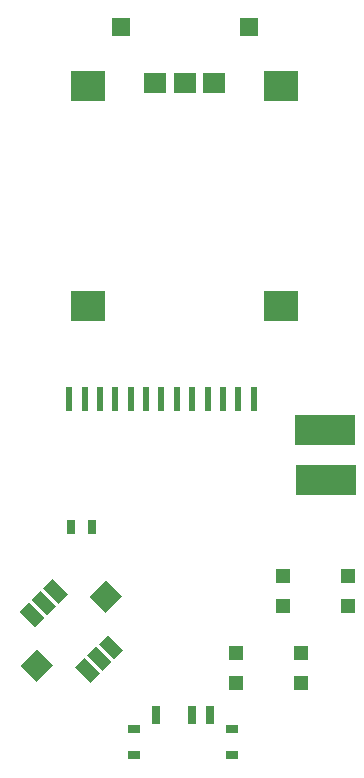
<source format=gtp>
G75*
%MOIN*%
%OFA0B0*%
%FSLAX25Y25*%
%IPPOS*%
%LPD*%
%AMOC8*
5,1,8,0,0,1.08239X$1,22.5*
%
%ADD10R,0.07283X0.04331*%
%ADD11R,0.07480X0.07874*%
%ADD12R,0.03937X0.03150*%
%ADD13R,0.02756X0.05906*%
%ADD14R,0.20000X0.10000*%
%ADD15R,0.02165X0.07874*%
%ADD16R,0.03150X0.04724*%
%ADD17R,0.05000X0.05000*%
%ADD18R,0.11811X0.09843*%
%ADD19R,0.07480X0.07087*%
%ADD20R,0.06299X0.05906*%
D10*
G36*
X0015568Y0053971D02*
X0010420Y0059119D01*
X0013482Y0062181D01*
X0018630Y0057033D01*
X0015568Y0053971D01*
G37*
G36*
X0019465Y0057868D02*
X0014317Y0063016D01*
X0017379Y0066078D01*
X0022527Y0060930D01*
X0019465Y0057868D01*
G37*
G36*
X0023363Y0061765D02*
X0018215Y0066913D01*
X0021277Y0069975D01*
X0026425Y0064827D01*
X0023363Y0061765D01*
G37*
G36*
X0034081Y0035458D02*
X0028933Y0040606D01*
X0031995Y0043668D01*
X0037143Y0038520D01*
X0034081Y0035458D01*
G37*
G36*
X0037978Y0039355D02*
X0032830Y0044503D01*
X0035892Y0047565D01*
X0041040Y0042417D01*
X0037978Y0039355D01*
G37*
G36*
X0041875Y0043253D02*
X0036727Y0048401D01*
X0039789Y0051463D01*
X0044937Y0046315D01*
X0041875Y0043253D01*
G37*
D11*
G36*
X0016042Y0035791D02*
X0010753Y0041080D01*
X0016320Y0046647D01*
X0021609Y0041358D01*
X0016042Y0035791D01*
G37*
G36*
X0039037Y0058786D02*
X0033748Y0064075D01*
X0039315Y0069642D01*
X0044604Y0064353D01*
X0039037Y0058786D01*
G37*
D12*
X0048540Y0020047D03*
X0048540Y0011386D03*
X0081217Y0011386D03*
X0081217Y0020047D03*
D13*
X0073737Y0024575D03*
X0067831Y0024575D03*
X0056020Y0024575D03*
D14*
X0112479Y0102817D03*
X0112279Y0119517D03*
D15*
X0088410Y0130083D03*
X0083292Y0130083D03*
X0078174Y0130083D03*
X0073056Y0130083D03*
X0067938Y0130083D03*
X0062819Y0130083D03*
X0057701Y0130083D03*
X0052583Y0130083D03*
X0047465Y0130083D03*
X0042347Y0130083D03*
X0037229Y0130083D03*
X0032111Y0130083D03*
X0026993Y0130083D03*
D16*
X0027435Y0087217D03*
X0034522Y0087217D03*
D17*
X0082679Y0045317D03*
X0082679Y0035317D03*
X0098179Y0060917D03*
X0098179Y0070917D03*
X0104279Y0045317D03*
X0104279Y0035317D03*
X0119779Y0060917D03*
X0119779Y0070917D03*
D18*
X0097679Y0161002D03*
X0097679Y0234231D03*
X0033279Y0234231D03*
X0033279Y0161002D03*
D19*
X0055636Y0235156D03*
X0065479Y0235156D03*
X0075321Y0235156D03*
D20*
X0086738Y0253857D03*
X0044219Y0253857D03*
M02*

</source>
